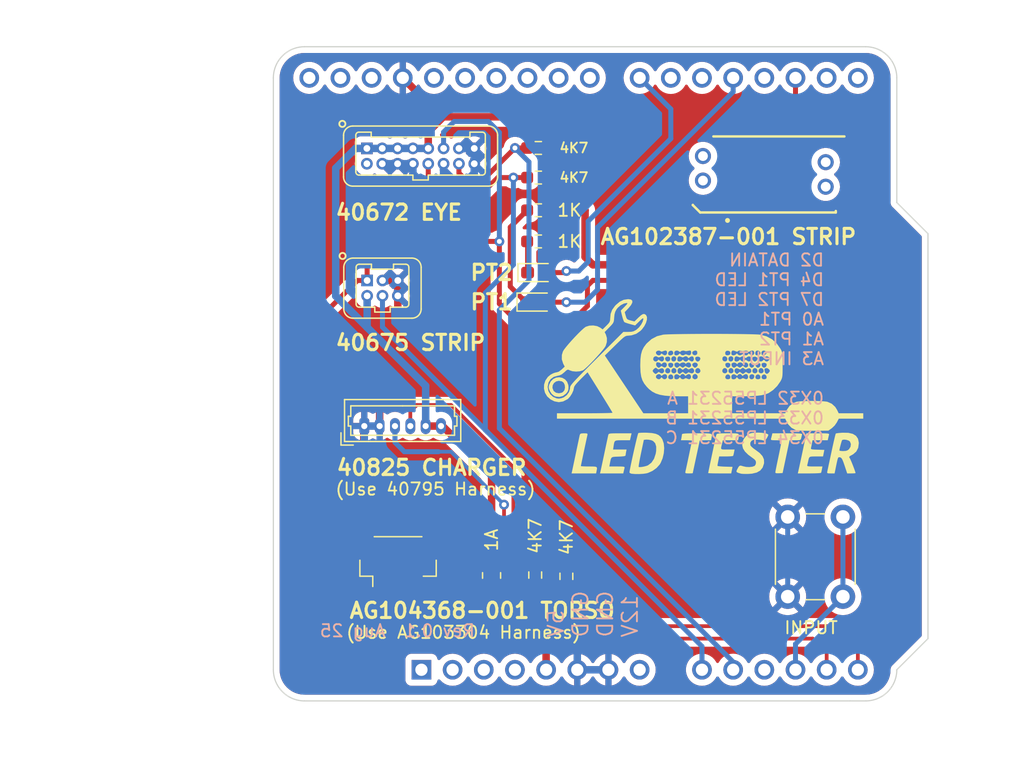
<source format=kicad_pcb>
(kicad_pcb (version 20211014) (generator pcbnew)

  (general
    (thickness 1.6)
  )

  (paper "A4")
  (layers
    (0 "F.Cu" signal)
    (31 "B.Cu" signal)
    (32 "B.Adhes" user "B.Adhesive")
    (33 "F.Adhes" user "F.Adhesive")
    (34 "B.Paste" user)
    (35 "F.Paste" user)
    (36 "B.SilkS" user "B.Silkscreen")
    (37 "F.SilkS" user "F.Silkscreen")
    (38 "B.Mask" user)
    (39 "F.Mask" user)
    (40 "Dwgs.User" user "User.Drawings")
    (41 "Cmts.User" user "User.Comments")
    (42 "Eco1.User" user "User.Eco1")
    (43 "Eco2.User" user "User.Eco2")
    (44 "Edge.Cuts" user)
    (45 "Margin" user)
    (46 "B.CrtYd" user "B.Courtyard")
    (47 "F.CrtYd" user "F.Courtyard")
    (48 "B.Fab" user)
    (49 "F.Fab" user)
    (50 "User.1" user)
    (51 "User.2" user)
    (52 "User.3" user)
    (53 "User.4" user)
    (54 "User.5" user)
    (55 "User.6" user)
    (56 "User.7" user)
    (57 "User.8" user)
    (58 "User.9" user)
  )

  (setup
    (stackup
      (layer "F.SilkS" (type "Top Silk Screen"))
      (layer "F.Paste" (type "Top Solder Paste"))
      (layer "F.Mask" (type "Top Solder Mask") (thickness 0.01))
      (layer "F.Cu" (type "copper") (thickness 0.035))
      (layer "dielectric 1" (type "core") (thickness 1.51) (material "FR4") (epsilon_r 4.5) (loss_tangent 0.02))
      (layer "B.Cu" (type "copper") (thickness 0.035))
      (layer "B.Mask" (type "Bottom Solder Mask") (thickness 0.01))
      (layer "B.Paste" (type "Bottom Solder Paste"))
      (layer "B.SilkS" (type "Bottom Silk Screen"))
      (copper_finish "None")
      (dielectric_constraints no)
    )
    (pad_to_mask_clearance 0)
    (pcbplotparams
      (layerselection 0x00010fc_ffffffff)
      (disableapertmacros false)
      (usegerberextensions false)
      (usegerberattributes true)
      (usegerberadvancedattributes true)
      (creategerberjobfile true)
      (svguseinch false)
      (svgprecision 6)
      (excludeedgelayer true)
      (plotframeref false)
      (viasonmask false)
      (mode 1)
      (useauxorigin false)
      (hpglpennumber 1)
      (hpglpenspeed 20)
      (hpglpendiameter 15.000000)
      (dxfpolygonmode true)
      (dxfimperialunits true)
      (dxfusepcbnewfont true)
      (psnegative false)
      (psa4output false)
      (plotreference true)
      (plotvalue true)
      (plotinvisibletext false)
      (sketchpadsonfab false)
      (subtractmaskfromsilk false)
      (outputformat 1)
      (mirror false)
      (drillshape 0)
      (scaleselection 1)
      (outputdirectory "gerbers")
    )
  )

  (net 0 "")
  (net 1 "unconnected-(A1-Pad1)")
  (net 2 "unconnected-(A1-Pad2)")
  (net 3 "unconnected-(A1-Pad3)")
  (net 4 "unconnected-(A1-Pad4)")
  (net 5 "/EYE_PT1")
  (net 6 "unconnected-(A1-Pad15)")
  (net 7 "unconnected-(A1-Pad16)")
  (net 8 "unconnected-(A1-Pad21)")
  (net 9 "unconnected-(A1-Pad23)")
  (net 10 "unconnected-(A1-Pad28)")
  (net 11 "unconnected-(A1-Pad30)")
  (net 12 "unconnected-(A1-Pad31)")
  (net 13 "unconnected-(A1-Pad32)")
  (net 14 "+5V")
  (net 15 "GND")
  (net 16 "/EYE_PT2")
  (net 17 "+12V")
  (net 18 "unconnected-(A1-Pad11)")
  (net 19 "/DATAIN")
  (net 20 "unconnected-(A1-Pad18)")
  (net 21 "unconnected-(A1-Pad24)")
  (net 22 "unconnected-(A1-Pad25)")
  (net 23 "unconnected-(J1-Pad9)")
  (net 24 "unconnected-(J4-Pad2)")
  (net 25 "Net-(A1-Pad12)")
  (net 26 "/SDA")
  (net 27 "/SCL")
  (net 28 "Net-(A1-Pad19)")
  (net 29 "unconnected-(A1-Pad26)")
  (net 30 "unconnected-(A1-Pad27)")
  (net 31 "unconnected-(A1-Pad20)")
  (net 32 "Net-(A1-Pad22)")
  (net 33 "Net-(D7-Pad1)")
  (net 34 "Net-(D4-Pad1)")
  (net 35 "/5VFUSED")
  (net 36 "unconnected-(J3-Pad4)")

  (footprint "footprints:LED_0603_1608Metric_Pad1.05x0.95mm_HandSolder" (layer "F.Cu") (at 186.615 95.75))

  (footprint "footprints:R_0603_1608Metric_Pad0.98x0.95mm_HandSolder" (layer "F.Cu") (at 186.69 88.265))

  (footprint "footprints:R_0603_1608Metric_Pad0.98x0.95mm_HandSolder" (layer "F.Cu") (at 186.69 90.805))

  (footprint "footprints:Molex_Pico-Clasp_501331-0407_1x04-1MP_P1.00mm_Vertical" (layer "F.Cu") (at 175.26 116.84))

  (footprint "footprints:R_0603_1608Metric_Pad0.98x0.95mm_HandSolder" (layer "F.Cu") (at 186.436 118.0065 90))

  (footprint "Connector_Molex:Molex_PicoBlade_53047-0610_1x06_P1.25mm_Vertical" (layer "F.Cu") (at 172.508972 105.86))

  (footprint "footprints:R_0603_1608Metric_Pad0.98x0.95mm_HandSolder" (layer "F.Cu") (at 186.69 83.185 180))

  (footprint "footprints:Harwin_Gecko-G125-FVX1605L0X_2x08_P1.25mm_Vertical" (layer "F.Cu") (at 172.72 83.22))

  (footprint "footprints:R_0603_1608Metric_Pad0.98x0.95mm_HandSolder" (layer "F.Cu") (at 186.69 85.598 180))

  (footprint "footprints:R_0603_1608Metric_Pad0.98x0.95mm_HandSolder" (layer "F.Cu") (at 188.976 118.11 90))

  (footprint "footprints:Harwin_Gecko-G125-FVX0605L0X_2x03_P1.25mm_Vertical" (layer "F.Cu") (at 172.74 93.99))

  (footprint "footprints:R_0805_2012Metric_Pad1.20x1.40mm_HandSolder" (layer "F.Cu") (at 182.88 118.04 -90))

  (footprint "footprints:SAMTEC_UMPS-04-03.5-G-V-S-W-FR" (layer "F.Cu") (at 205.105 85.344))

  (footprint "footprints:SW_PUSH_6mm" (layer "F.Cu") (at 207.01 119.765 90))

  (footprint "footprints:LED_0603_1608Metric_Pad1.05x0.95mm_HandSolder" (layer "F.Cu") (at 186.69 93.345))

  (footprint "footprints:Logo" (layer "F.Cu") (at 200.152 102.616))

  (footprint "footprints:Arduino_UNO_R3" (layer "B.Cu") (at 177.165 125.73))

  (gr_line (start 170.18 80.01) (end 170.18 130.81) (layer "Dwgs.User") (width 0.15) (tstamp 50a3cbd6-eb8b-4ef3-a6d5-ae19f401a619))
  (gr_line (start 213.36 73.66) (end 213.36 130.81) (layer "Dwgs.User") (width 0.15) (tstamp e0e37d80-f685-4b8f-b098-3a6b4e673379))
  (gr_arc (start 167.64 128.27) (mid 165.843949 127.526051) (end 165.1 125.73) (layer "Edge.Cuts") (width 0.1) (tstamp 0d02181f-e9b7-4d95-9465-675a27ed813f))
  (gr_arc (start 215.9 125.73) (mid 215.156051 127.526051) (end 213.36 128.27) (layer "Edge.Cuts") (width 0.1) (tstamp 40f4f794-f7e7-40ba-af4f-a10ada7c9adf))
  (gr_line (start 215.9 77.47) (end 215.9 87.63) (layer "Edge.Cuts") (width 0.1) (tstamp 41044d06-b57b-478a-a835-17806bfd7804))
  (gr_line (start 165.1 77.47) (end 165.1 125.73) (layer "Edge.Cuts") (width 0.1) (tstamp 415c54c1-16f0-4803-8864-f0a41bf07a39))
  (gr_line (start 215.9 87.63) (end 218.44 90.17) (layer "Edge.Cuts") (width 0.1) (tstamp 46faa36b-69c8-452a-973d-9db5601196c4))
  (gr_line (start 218.44 90.17) (end 218.44 123.19) (layer "Edge.Cuts") (width 0.1) (tstamp 4a32d9d9-ec61-4432-8013-4c225cedd7a2))
  (gr_line (start 167.64 74.93) (end 213.36 74.93) (layer "Edge.Cuts") (width 0.1) (tstamp 52d2b7a4-6756-4100-8485-643a3f8d3ebe))
  (gr_arc (start 213.36 74.93) (mid 215.156051 75.673949) (end 215.9 77.47) (layer "Edge.Cuts") (width 0.1) (tstamp 6117141f-3da6-44ef-a624-e2b003171da8))
  (gr_line (start 213.36 128.27) (end 212.09 128.27) (layer "Edge.Cuts") (width 0.1) (tstamp 7d3d7960-78d8-459f-b16d-cdbb5501bff8))
  (gr_line (start 167.64 128.27) (end 212.09 128.27) (layer "Edge.Cuts") (width 0.1) (tstamp cf122347-306c-4156-94b7-4f833b7e98cf))
  (gr_arc (start 165.1 77.47) (mid 165.843949 75.673949) (end 167.64 74.93) (layer "Edge.Cuts") (width 0.1) (tstamp cf952874-eea1-4638-9dc1-0b4e5294cf6f))
  (gr_line (start 218.44 123.19) (end 215.9 125.73) (layer "Edge.Cuts") (width 0.1) (tstamp fe75f1f1-9919-4cea-9381-f415e82ab93a))
  (gr_text "D2 DATAIN\nD4 PT1 LED\nD7 PT2 LED\nA0 PT1\nA1 PT2\nA3 INPUT\n\n0X32 LP55231 A\n0X33 LP55231 B\n0X34 LP55231 C" (at 210.058 99.568) (layer "B.SilkS") (tstamp 287e61b5-fb1f-4cf2-af3f-6b7033135e1a)
    (effects (font (size 1 1) (thickness 0.15)) (justify left mirror))
  )
  (gr_text "Rev 0.1  Aug 25" (at 181.61 122.555) (layer "B.SilkS") (tstamp 3124974e-5999-4df7-898f-677868d40912)
    (effects (font (size 1 1) (thickness 0.15)) (justify left mirror))
  )
  (gr_text "5V\nGND\nGND\n12V" (at 191.135 123.19 90) (layer "B.SilkS") (tstamp a6ca179e-0b02-47d0-9d17-4b472f38573b)
    (effects (font (size 1.25 1.25) (thickness 0.15)) (justify right mirror))
  )
  (gr_text "(Use 40795 Harness)" (at 178.308 110.998) (layer "F.SilkS") (tstamp 0560d5cb-88c7-4da2-9e21-0ce63513fcf4)
    (effects (font (size 1 1) (thickness 0.15)))
  )
  (gr_text "AG102387-001 STRIP" (at 202.184 90.424) (layer "F.SilkS") (tstamp 89db40f1-de0f-4f3f-918d-1b72b3531cf8)
    (effects (font (size 1.25 1.25) (thickness 0.25)))
  )
  (gr_text "(Use AG103304 Harness)" (at 180.594 122.682) (layer "F.SilkS") (tstamp 8c2e3eff-d665-4d68-89a0-80997c9eefed)
    (effects (font (size 1 1) (thickness 0.15)))
  )
  (dimension (type aligned) (layer "User.1") (tstamp d2b1fabc-1cb2-4e20-8c47-d56ccf82c8ca)
    (pts (xy 188.214 104.648) (xy 213.106 104.648))
    (height 5.587999)
    (gr_text "24.8920 mm" (at 200.66 109.085999) (layer "User.1") (tstamp d2b1fabc-1cb2-4e20-8c47-d56ccf82c8ca)
      (effects (font (size 1 1) (thickness 0.15)))
    )
    (format (units 3) (units_format 1) (precision 4))
    (style (thickness 0.15) (arrow_length 1.27) (text_position_mode 0) (extension_height 0.58642) (extension_offset 0.5) keep_text_aligned)
  )

  (segment (start 178.816 86.614) (end 177.72 85.518) (width 0.4064) (layer "F.Cu") (net 5) (tstamp 607561bb-eeec-4164-a988-9650cea031ef))
  (segment (start 184.658 85.598) (end 183.388 85.598) (width 0.4064) (layer "F.Cu") (net 5) (tstamp 708704fe-48a8-45fc-8c24-7ad099bc7c27))
  (segment (start 182.372 86.614) (end 178.816 86.614) (width 0.4064) (layer "F.Cu") (net 5) (tstamp 8afa8cac-a176-4425-a11b-66f30ea20cae))
  (segment (start 177.72 85.518) (end 177.72 84.47) (width 0.4064) (layer "F.Cu") (net 5) (tstamp 97e76b78-cb41-4209-83af-1ba7ec26edaa))
  (segment (start 185.7775 85.598) (end 184.658 85.598) (width 0.4064) (layer "F.Cu") (net 5) (tstamp e28bf168-19c4-473a-bed2-5fdf4d51debb))
  (segment (start 183.388 85.598) (end 182.372 86.614) (width 0.4064) (layer "F.Cu") (net 5) (tstamp ee2ff250-a531-4ab4-a65b-6b426b57e939))
  (via (at 184.658 85.598) (size 0.8) (drill 0.4) (layers "F.Cu" "B.Cu") (net 5) (tstamp 69913467-eb89-41bd-b8c9-ab169cb9fea2))
  (segment (start 184.658 92.71) (end 184.658 85.598) (width 0.4064) (layer "B.Cu") (net 5) (tstamp 04af9131-1c32-402f-b6e6-b253b376399b))
  (segment (start 182.372 106.172) (end 182.372 94.996) (width 0.4064) (layer "B.Cu") (net 5) (tstamp 250f4ace-24fa-4bf7-ab18-747b615da305))
  (segment (start 200.025 123.825) (end 200.025 125.73) (width 0.4064) (layer "B.Cu") (net 5) (tstamp 51e179ee-085a-41cc-8932-847179c2169e))
  (segment (start 182.5625 106.3625) (end 173.99 97.79) (width 0.4064) (layer "B.Cu") (net 5) (tstamp 644f1b54-e2e5-4d3d-8812-575dc771f027))
  (segment (start 182.5625 106.3625) (end 200.025 123.825) (width 0.4064) (layer "B.Cu") (net 5) (tstamp 9b3fe1d5-d7cd-4a2e-a2a6-9551dcf40013))
  (segment (start 182.372 94.996) (end 184.658 92.71) (width 0.4064) (layer "B.Cu") (net 5) (tstamp 9c78d69b-bf59-4cc3-b118-cb2a089acac2))
  (segment (start 182.5625 106.3625) (end 182.372 106.172) (width 0.4064) (layer "B.Cu") (net 5) (tstamp bbb44472-1cb7-49e7-88a0-9b205a5b390c))
  (segment (start 173.99 97.79) (end 173.99 95.24) (width 0.4064) (layer "B.Cu") (net 5) (tstamp c292d9a1-df3b-4861-b402-7274436e64ac))
  (segment (start 187.325 125.73) (end 187.325 123.825) (width 0.6096) (layer "F.Cu") (net 14) (tstamp a1433093-d7fd-4035-b6a2-f2a8923dae2f))
  (segment (start 182.88 119.38) (end 182.88 119.04) (width 0.6096) (layer "F.Cu") (net 14) (tstamp ae9057a0-a2e0-407e-9322-ffdec88954e7))
  (segment (start 187.325 123.825) (end 182.88 119.38) (width 0.6096) (layer "F.Cu") (net 14) (tstamp f90e60b9-31d1-4886-8e75-428ad2fde0bf))
  (segment (start 187.6025 88.265) (end 187.325 88.265) (width 0.4064) (layer "F.Cu") (net 15) (tstamp 19626acc-9173-4db6-8df1-b9c4a2b2949b))
  (segment (start 187.6025 88.265) (end 187.6025 90.805) (width 0.4064) (layer "F.Cu") (net 15) (tstamp 1bea88a4-6c15-40a1-9d49-d4c2dd4c1b5e))
  (segment (start 175.24 96.246) (end 175.24 95.24) (width 0.6096) (layer "F.Cu") (net 15) (tstamp 273a571a-76b2-4171-90b2-32fd47894e39))
  (segment (start 173.758972 105.86) (end 173.758972 97.767028) (width 0.6096) (layer "F.Cu") (net 15) (tstamp 2c5ff641-29c1-476f-89e1-37af5c6a91c9))
  (segment (start 178.054 87.376) (end 176.47 85.792) (width 0.4064) (layer "F.Cu") (net 15) (tstamp 53540474-b7ce-4c10-99ea-40dd0b3bbb05))
  (segment (start 187.325 88.265) (end 186.055 86.995) (width 0.4064) (layer "F.Cu") (net 15) (tstamp 56260d6a-6e7e-474a-b253-c4f669aa0ed6))
  (segment (start 204.105 81.677) (end 204.105 85.344) (width 0.6096) (layer "F.Cu") (net 15) (tstamp 66f9eaa1-dcc4-4d12-a33b-9530e6283b52))
  (segment (start 175.26 96.266) (end 175.24 96.246) (width 0.6096) (layer "F.Cu") (net 15) (tstamp 6e537015-ef27-4375-854a-a6a29ffad9af))
  (segment (start 184.785 86.995) (end 184.404 87.376) (width 0.4064) (layer "F.Cu") (net 15) (tstamp 6f15b4be-78ff-4aeb-89b7-8f3272601305))
  (segment (start 173.99 93.99) (end 175.24 93.99) (width 0.6096) (layer "F.Cu") (net 15) (tstamp 7ec2b703-cf46-4eda-a035-feb66bf0c3be))
  (segment (start 201.6284 79.2004) (end 204.105 81.677) (width 0.6096) (layer "F.Cu") (net 15) (tstamp 93f1d570-a842-46c2-8557-0105cacd5e71))
  (segment (start 175.645 77.47) (end 177.3754 79.2004) (width 0.6096) (layer "F.Cu") (net 15) (tstamp 9cf67c0d-6bc7-4670-9142-60987641055b))
  (segment (start 173.758972 97.767028) (end 175.26 96.266) (width 0.6096) (layer "F.Cu") (net 15) (tstamp a25e3553-d257-4ee8-87af-a8a6a53eb256))
  (segment (start 184.404 87.376) (end 178.054 87.376) (width 0.4064) (layer "F.Cu") (net 15) (tstamp c3d3f87e-9dd0-4b95-9751-a42f37114cac))
  (segment (start 173.76 118.165) (end 173.76 111.276) (width 0.6096) (layer "F.Cu") (net 15) (tstamp c42f12e4-8e63-4cfc-b791-aebb9f7cef71))
  (segment (start 173.76 111.276) (end 172.466 109.982) (width 0.6096) (layer "F.Cu") (net 15) (tstamp cac805c9-32d4-4fee-ba19-0211350a0a86))
  (segment (start 176.47 85.792) (end 176.47 84.47) (width 0.4064) (layer "F.Cu") (net 15) (tstamp ce5bc6c7-f3f2-4200-9b03-a1ac20d95008))
  (segment (start 172.466 105.902972) (end 172.508972 105.86) (width 0.6096) (layer "F.Cu") (net 15) (tstamp e17ecd33-22d1-4c1b-bfd9-cfba31bd3fcb))
  (segment (start 177.3754 79.2004) (end 201.6284 79.2004) (width 0.6096) (layer "F.Cu") (net 15) (tstamp eec6eb90-dbec-4945-bbde-ad49a3ecd9d1))
  (segment (start 172.466 109.982) (end 172.466 105.902972) (width 0.6096) (layer "F.Cu") (net 15) (tstamp f4066e8e-f478-4a4d-9792-61325761682e))
  (segment (start 186.055 86.995) (end 184.785 86.995) (width 0.4064) (layer "F.Cu") (net 15) (tstamp f8c43884-a7f0-46e5-8ce3-2d1b8f695e9f))
  (segment (start 175.24 95.24) (end 175.24 93.99) (width 0.6096) (layer "F.Cu") (net 15) (tstamp feb1d5fa-cc0c-451d-b5e4-d12d7afc0f5b))
  (segment (start 172.508972 119.168972) (end 172.508972 105.86) (width 0.6096) (layer "B.Cu") (net 15) (tstamp 0533c08c-e618-4405-a0b8-ad0fe1a78bab))
  (segment (start 189.865 123.825) (end 187.96 121.92) (width 0.6096) (layer "B.Cu") (net 15) (tstamp 077cf553-c80a-4e75-85e8-6a31b8c20e71))
  (segment (start 173.97 84.47) (end 175.22 84.47) (width 0.6096) (layer "B.Cu") (net 15) (tstamp 11580daf-bec3-41c9-8cda-f0b6102e9ba5))
  (segment (start 176.47 85.284) (end 176.47 84.47) (width 0.6096) (layer "B.Cu") (net 15) (tstamp 1440f09a-3cd0-42b7-9280-0f34adad0fa4))
  (segment (start 178.562 85.852) (end 177.038 85.852) (width 0.6096) (layer "B.Cu") (net 15) (tstamp 28c24e0e-6336-4423-b14f-c5b504838d73))
  (segment (start 181.47 83.22) (end 181.47 84.47) (width 0.6096) (layer "B.Cu") (net 15) (tstamp 2ba54ed7-3ee5-45f7-83b3-f3b4cd3ccdbb))
  (segment (start 172.508972 105.86) (end 173.758972 105.86) (width 0.6096) (layer "B.Cu") (net 15) (tstamp 2da63144-d819-4db2-a8d5-fe550ec1bb30))
  (segment (start 178.97 84.47) (end 178.97 85.444) (width 0.6096) (layer "B.Cu") (net 15) (tstamp 36409e14-cf7e-4072-9739-00ed2083f0db))
  (segment (start 180.848 85.852) (end 179.832 85.852) (width 0.6096) (layer "B.Cu") (net 15) (tstamp 46ff849c-e779-4fd1-8b63-b6fd1bc57da2))
  (segment (start 187.96 121.92) (end 175.26 121.92) (width 0.6096) (layer "B.Cu") (net 15) (tstamp 603caab5-5af0-4f08-afd4-6b86afa2f1d6))
  (segment (start 177.038 85.852) (end 176.47 85.284) (width 0.6096) (layer "B.Cu") (net 15) (tstamp 6ef364a6-892a-4696-9643-3d40358fe428))
  (segment (start 180.22 83.22) (end 181.47 83.22) (width 0.6096) (layer "B.Cu") (net 15) (tstamp 6f1827a8-d90a-4ec6-9a55-cbd66ff4e2e5))
  (segment (start 179.832 85.852) (end 178.97 84.99) (width 0.6096) (layer "B.Cu") (net 15) (tstamp 8b99d91e-3a1e-4925-aeda-ac5f6ac3ae97))
  (segment (start 189.865 125.73) (end 189.865 123.825) (width 0.6096) (layer "B.Cu") (net 15) (tstamp a9577d46-5c61-4acc-8195-6c7c016f1a35))
  (segment (start 207.01 113.265) (end 207.01 119.765) (width 0.4064) (layer "B.Cu") (net 15) (tstamp b153b37c-7942-44c0-b500-e6d6b4d50e94))
  (segment (start 175.26 121.92) (end 172.508972 119.168972) (width 0.6096) (layer "B.Cu") (net 15) (tstamp bb81813f-ca98-4f61-b3d4-b8cb6d408646))
  (segment (start 181.47 84.47) (end 181.47 85.23) (width 0.6096) (layer "B.Cu") (net 15) (tstamp cbc491e8-fb5c-4bad-9dc7-83680ca86fff))
  (segment (start 175.22 84.47) (end 176.47 84.47) (width 0.6096) (layer "B.Cu") (net 15) (tstamp d72fabf6-30ed-47dd-8e28-4df3987e2fb5))
  (segment (start 192.405 125.73) (end 189.865 125.73) (width 0.6096) (layer "B.Cu") (net 15) (tstamp e0ec70ab-e1ad-47b2-9d50-e3f93123d93d))
  (segment (start 181.47 85.23) (end 180.848 85.852) (width 0.6096) (layer "B.Cu") (net 15) (tstamp e393b615-3fd0-4239-aba9-94d15e4bc9d1))
  (segment (start 178.97 85.444) (end 178.562 85.852) (width 0.6096) (layer "B.Cu") (net 15) (tstamp e482eaaf-d685-42bc-bb25-7916a823b23b))
  (segment (start 178.97 84.99) (end 178.97 84.47) (width 0.6096) (layer "B.Cu") (net 15) (tstamp fbe5ff65-c27c-4c76-b5e5-4e9b7174fc77))
  (segment (start 180.22 85.224) (end 180.22 84.47) (width 0.4064) (layer "F.Cu") (net 16) (tstamp 122eee0c-9b03-4e2a-8283-1892d73a4985))
  (segment (start 180.848 85.852) (end 180.22 85.224) (width 0.4064) (layer "F.Cu") (net 16) (tstamp 4d861dc9-9fab-4223-9c11-9fbe996709f8))
  (segment (start 184.785 83.185) (end 182.118 85.852) (width 0.4064) (layer "F.Cu") (net 16) (tstamp 5bc21f7c-aab1-4233-a5b5-2ade0f8c8598))
  (segment (start 185.7775 83.185) (end 184.785 83.185) (width 0.4064) (layer "F.Cu") (net 16) (tstamp d8639e09-0179-46fe-9668-aca0061db31b))
  (segment (start 182.118 85.852) (end 180.848 85.852) (width 0.4064) (layer "F.Cu") (net 16) (tstamp e98b487b-dcc7-4ab2-a16a-de7894fc5eaf))
  (via (at 184.785 83.185) (size 0.8) (drill 0.4) (layers "F.Cu" "B.Cu") (net 16) (tstamp 50c8744e-49bf-4aeb-91df-4d18f600cef1))
  (segment (start 202.565 125.095) (end 202.565 125.73) (width 0.4064) (layer "B.Cu") (net 16) (tstamp 125ff753-db67-4dd9-9ec9-f07f2a780bca))
  (segment (start 183.515 96.393) (end 185.928 93.98) (width 0.4064) (layer "B.Cu") (net 16) (tstamp 279ae228-b9f0-4384-976c-5860b80ce428))
  (segment (start 185.928 93.98) (end 185.928 84.328) (width 0.4064) (layer "B.Cu") (net 16) (tstamp 64cdf79a-af00-4dbf-9bc5-de7e7c252ec7))
  (segment (start 183.515 106.045) (end 202.565 125.095) (width 0.4064) (layer "B.Cu") (net 16) (tstamp 98e6cbd5-2c8b-488e-a75e-f23e0549bbfc))
  (segment (start 185.928 84.328) (end 184.785 83.185) (width 0.4064) (layer "B.Cu") (net 16) (tstamp c4021ecb-adb6-4591-a120-88d18cada293))
  (segment (start 183.515 96.393) (end 183.515 106.045) (width 0.4064) (layer "B.Cu") (net 16) (tstamp e6b26110-3ec5-4d81-837f-0862806b3b64))
  (segment (start 202.692 93.98) (end 191.135 93.98) (width 0.4064) (layer "F.Cu") (net 19) (tstamp 03d303fa-9d6e-4a3f-89f0-f748e10d2087))
  (segment (start 207.645 80.645) (end 207.645 77.47) (width 0.4064) (layer "F.Cu") (net 19) (tstamp 04ea3057-1808-4535-9f02-bc0eb5c47aa3))
  (segment (start 168.656 97.282) (end 168.656 119.888) (width 0.4064) (layer "F.Cu") (net 19) (tstamp 08e85317-bb81-4e3a-930a-9482a4bc0515))
  (segment (start 190.6905 94.4245) (end 190.6905 96.0755) (width 0.4064) (layer "F.Cu") (net 19) (tstamp 22a686ab-e840-4f74-9e5b-32cb97f2b307))
  (segment (start 190.6905 96.0755) (end 189.738 97.028) (width 0.4064) (layer "F.Cu") (net 19) (tstamp 270eb3fa-4b38-474a-96d2-839bc82a7a16))
  (segment (start 191.135 93.98) (end 190.6905 94.4245) (width 0.4064) (layer "F.Cu") (net 19) (tstamp 2782950d-e78e-421b-918d-46485773069f))
  (segment (start 168.656 119.888) (end 170.18 121.412) (width 0.4064) (layer "F.Cu") (net 19) (tstamp 38068ea1-0eda-41c0-a982-47d98910dd9c))
  (segment (start 173.99 121.412) (end 175.76 119.642) (width 0.4064) (layer "F.Cu") (net 19) (tstamp 3f048d79-be9d-4887-9943-4beca2e30d71))
  (segment (start 206.105 82.185) (end 206.105 85.344) (width 0.4064) (layer "F.Cu") (net 19) (tstamp 500314fe-72e8-4737-97d8-97e6ac80fe93))
  (segment (start 170.18 121.412) (end 173.99 121.412) (width 0.4064) (layer "F.Cu") (net 19) (tstamp 554f4c6b-664f-45b7-9408-c34f71d97a88))
  (segment (start 172.74 92.944) (end 174.879 90.805) (width 0.4064) (layer "F.Cu") (net 19) (tstamp 65e06bca-dcf9-4d9e-a775-d03628457a4e))
  (segment (start 189.738 97.028) (end 184.658 97.028) (width 0.4064) (layer "F.Cu") (net 19) (tstamp 6aa16bfc-a287-4bb2-a152-8445027daa6f))
  (segment (start 183.515 95.885) (end 183.515 90.805) (width 0.4064) (layer "F.Cu") (net 19) (tstamp 72ef8b10-5495-4541-bb72-b68bdd079319))
  (segment (start 174.879 90.805) (end 183.515 90.805) (width 0.4064) (layer "F.Cu") (net 19) (tstamp 8966e557-3e13-4bdc-a0ce-e5adc2289e25))
  (segment (start 168.656 97.282) (end 171.948 93.99) (width 0.4064) (layer "F.Cu") (net 19) (tstamp 9796e25b-720a-460e-97fd-c736a3b365a8))
  (segment (start 184.658 97.028) (end 183.515 95.885) (width 0.4064) (layer "F.Cu") (net 19) (tstamp 98443732-0193-462c-8e74-e17ccb166a07))
  (segment (start 175.76 119.642) (end 175.76 118.165) (width 0.4064) (layer "F.Cu") (net 19) (tstamp a504d480-73b4-4f77-9353-3d5ac38657cf))
  (segment (start 202.692 93.98) (end 206.105 90.567) (width 0.4064) (layer "F.Cu") (net 19) (tstamp a6c3d54e-24ed-4445-bbf1-79b691ebe86c))
  (segment (start 206.105 90.567) (end 206.105 85.344) (width 0.4064) (layer "F.Cu") (net 19) (tstamp b26cdb9e-1b6a-4bd2-b9f7-59084f8b1e10))
  (segment (start 171.948 93.99) (end 172.74 93.99) (width 0.4064) (layer "F.Cu") (net 19) (tstamp bcd7dc43-e11d-4bf8-9f7a-040a84c6bd22))
  (segment (start 172.74 93.99) (end 172.74 92.944) (width 0.4064) (layer "F.Cu") (net 19) (tstamp cc6e92a6-92aa-4f3a-8f68-9f26d360aebc))
  (segment (start 206.105 82.185) (end 207.645 80.645) (width 0.4064) (layer "F.Cu") (net 19) (tstamp e820a413-862a-4ae4-956c-c43def8b4c45))
  (via (at 183.515 90.805) (size 0.8) (drill 0.4) (layers "F.Cu" "B.Cu") (net 19) (tstamp 8cfd0d93-eb9f-4eba-8dc9-fb7a6f3d4749))
  (segment (start 183.515 81.915) (end 183.515 90.805) (width 0.4064) (layer "B.Cu") (net 19) (tstamp 46fc270a-3aed-44fc-86a9-606b48ada9b7))
  (segment (start 182.626 81.026) (end 183.515 81.915) (width 0.4064) (layer "B.Cu") (net 19) (tstamp 7d8fd8cb-fd1d-495d-8940-40bc16a5a5ae))
  (segment (start 178.97 83.22) (end 178.97 81.888) (width 0.4064) (layer "B.Cu") (net 19) (tstamp bd324568-e04d-41f5-961c-059b3891b248))
  (segment (start 178.97 81.888) (end 179.832 81.026) (width 0.4064) (layer "B.Cu") (net 19) (tstamp dbccf501-179d-4c35-a9b4-ac23dafc467b))
  (segment (start 179.832 81.026) (end 182.626 81.026) (width 0.4064) (layer "B.Cu") (net 19) (tstamp eb2811f6-9f1b-49fa-a604-ea0b0941f0a1))
  (segment (start 211.51 113.265) (end 211.51 119.765) (width 0.4064) (layer "B.Cu") (net 25) (tstamp 6a82e8a6-12c9-4fdd-aad8-c61d73250228))
  (segment (start 207.645 125.73) (end 207.645 123.63) (width 0.4064) (layer "B.Cu") (net 25) (tstamp 7bf5dae4-41da-46bd-9a25-3bf6ad988644))
  (segment (start 207.645 123.63) (end 211.51 119.765) (width 0.4064) (layer "B.Cu") (net 25) (tstamp 9518625c-8b18-4a5f-847a-fae8064298ec))
  (segment (start 183.896 115.57) (end 183.896 112.268) (width 0.3048) (layer "F.Cu") (net 26) (tstamp 267780fa-7a64-4c1e-abd3-5f2eb98071af))
  (segment (start 190.6814 118.0374) (end 187.3794 118.0374) (width 0.3048) (layer "F.Cu") (net 26) (tstamp 2a9708b7-a26d-4b5c-890c-d4a7f302c1bc))
  (segment (start 185.42 117.094) (end 183.896 115.57) (width 0.3048) (layer "F.Cu") (net 26) (tstamp 31a70a79-1bea-4361-8019-2142f057c9cc))
  (segment (start 209.042 123.19) (end 195.834 123.19) (width 0.3048) (layer "F.Cu") (net 26) (tstamp 5ba77773-b436-42d6-b1d3-c1305dbc36f5))
  (segment (start 210.185 125.73) (end 210.185 124.333) (width 0.3048) (layer "F.Cu") (net 26) (tstamp 7ada1b51-f91f-4a2b-b0bc-c5ba307350cb))
  (segment (start 187.3794 118.0374) (end 186.436 117.094) (width 0.3048) (layer "F.Cu") (net 26) (tstamp 9297d678-7aaa-4d69-870c-0ed962a53c39))
  (segment (start 186.436 117.094) (end 185.42 117.094) (width 0.3048) (layer "F.Cu") (net 26) (tstamp c3d2fb95-1506-471b-a9ce-ba23b68753cc))
  (segment (start 210.185 124.333) (end 209.042 123.19) (width 0.3048) (layer "F.Cu") (net 26) (tstamp c84566c0-bde0-42ec-943d-36297f6988d1))
  (segment (start 195.834 123.19) (end 190.6814 118.0374) (width 0.3048) (layer "F.Cu") (net 26) (tstamp f289a067-8d1e-488e-9a88-a85d1be5bf26))
  (via (at 183.896 112.268) (size 0.8) (drill 0.4) (layers "F.Cu" "B.Cu") (net 26) (tstamp 80630d7f-a881-4208-b79f-cc320761fe53))
  (segment (start 175.008972 105.86) (end 175.008972 107.190972) (width 0.4064) (layer "B.Cu") (net 26) (tstamp 2f5334c2-530e-461d-8f18-7e733858bb41))
  (segment (start 175.008972 107.190972) (end 175.768 107.95) (width 0.4064) (layer "B.Cu") (net 26) (tstamp 62038df3-c0b0-49df-92fb-849a0d1d2a4a))
  (segment (start 183.896 112.268) (end 179.578 107.95) (width 0.3048) (layer "B.Cu") (net 26) (tstamp 761e1003-80c2-4fea-828f-23c8a2e5120d))
  (segment (start 179.578 107.95) (end 178.562 107.95) (width 0.3048) (layer "B.Cu") (net 26) (tstamp 86461e4c-c8e0-4d5e-8d0b-a485bdf6d1ba))
  (segment (start 175.768 107.95) (end 178.562 107.95) (width 0.4064) (layer "B.Cu") (net 26) (tstamp c6068739-3393-4fed-8023-e3d51004c000))
  (segment (start 188.976 117.1975) (end 187.861245 117.1975) (width 0.3048) (layer "F.Cu") (net 27) (tstamp 00d81a45-fa74-4b57-a0ed-4239bbe61bd1))
  (segment (start 176.784 104.14) (end 176.258972 104.665028) (width 0.3048) (layer "F.Cu") (net 27) (tstamp 34098519-7484-4e0b-96a8-7da4e827cfb2))
  (segment (start 191.1115 117.1975) (end 188.976 117.1975) (width 0.3048) (layer "F.Cu") (net 27) (tstamp 401095a8-dd50-4fe5-97e6-33749302b85c))
  (segment (start 176.258972 104.665028) (end 176.258972 105.86) (width 0.3048) (layer "F.Cu") (net 27) (tstamp 4f3ee621-5e69-4415-baff-c3e9fcdb6fa7))
  (segment (start 184.658 109.22) (end 179.578 104.14) (width 0.3048) (layer "F.Cu") (net 27) (tstamp 579454f6-560a-487a-8aed-d75ad5032808))
  (segment (start 212.725 124.079) (end 210.82 122.174) (width 0.3048) (layer "F.Cu") (net 27) (tstamp 7a5874e1-b5a7-4fa6-8fad-1cb3a40d28ee))
  (segment (start 187.861245 117.1975) (end 186.741745 116.078) (width 0.3048) (layer "F.Cu") (net 27) (tstamp 7d3ea4d8-4fdc-43e4-9146-9ebd713a52e2))
  (segment (start 212.725 125.73) (end 212.725 124.079) (width 0.3048) (layer "F.Cu") (net 27) (tstamp 94971cf8-4f6c-4334-842f-ca66b62777f1))
  (segment (start 196.088 122.174) (end 191.1115 117.1975) (width 0.3048) (layer "F.Cu") (net 27) (tstamp c88aa5e0-3212-4e87-a349-a8f2d02950ac))
  (segment (start 186.741745 116.078) (end 185.42 116.078) (width 0.3048) (layer "F.Cu") (net 27) (tstamp d125cfda-7c75-4260-8cca-ce3d76ec007f))
  (segment (start 210.82 122.174) (end 196.088 122.174) (width 0.3048) (layer "F.Cu") (net 27) (tstamp d55600db-e680-4b62-9497-4f60081ba22e))
  (segment (start 179.578 104.14) (end 176.784 104.14) (width 0.3048) (layer "F.Cu") (net 27) (tstamp ee20128b-d691-4a49-b98a-8959305c88d2))
  (segment (start 185.42 116.078) (end 184.658 115.316) (width 0.3048) (layer "F.Cu") (net 27) (tstamp f91223ac-c8a6-4ac4-a1ae-5cab1af63daf))
  (segment (start 184.658 115.316) (end 184.658 109.22) (width 0.3048) (layer "F.Cu") (net 27) (tstamp ffd47eb3-47b2-4307-8b60-1f9a22d2e25e))
  (segment (start 187.498 95.758) (end 187.49 95.75) (width 0.4064) (layer "F.Cu") (net 28) (tstamp 1ebffe52-129d-4723-ad42-cecbceaa0c21))
  (segment (start 188.976 95.758) (end 187.498 95.758) (width 0.4064) (layer "F.Cu") (net 28) (tstamp 8a2843a6-6b25-4351-b7be-3045563b025e))
  (via (at 188.976 95.758) (size 0.8) (drill 0.4) (layers "F.Cu" "B.Cu") (net 28) (tstamp e8cf3e00-ad70-4ca4-b18d-dbe355bdcdb0))
  (segment (start 202.565 78.613) (end 202.565 77.47) (width 0.4064) (layer "B.Cu") (net 28) (tstamp 0f786d5c-f04b-477e-9cb2-0c36684ca69a))
  (segment (start 191.516 89.662) (end 202.565 78.613) (width 0.4064) (layer "B.Cu") (net 28) (tstamp 10f68e7d-d555-4fde-9567-d5c9878b33ff))
  (segment (start 190.5 95.758) (end 191.516 94.742) (width 0.4064) (layer "B.Cu") (net 28) (tstamp 63df0539-032a-4d44-876a-fbeed5047ec1))
  (segment (start 188.976 95.758) (end 190.5 95.758) (width 0.4064) (layer "B.Cu") (net 28) (tstamp 87e70ff5-73e4-4b47-bf08-07298b14a686))
  (segment (start 191.516 94.742) (end 191.516 89.662) (width 0.4064) (layer "B.Cu") (net 28) (tstamp ada02594-cbac-4c79-b398-3f36c3290a7d))
  (segment (start 187.565 93.345) (end 188.849 93.345) (width 0.4064) (layer "F.Cu") (net 32) (tstamp 57e5d3aa-216b-4b74-9764-8a3b0491f671))
  (segment (start 188.849 93.345) (end 188.976 93.218) (width 0.4064) (layer "F.Cu") (net 32) (tstamp e3fa13c7-7709-4a27-9f73-7bcc8997a943))
  (via (at 188.976 93.218) (size 0.8) (drill 0.4) (layers "F.Cu" "B.Cu") (net 32) (tstamp 97c50cdb-25c4-4b7f-9d68-cc8c8dcd50aa))
  (segment (start 197.485 82.423) (end 197.485 80.01) (width 0.4064) (layer "B.Cu") (net 32) (tstamp 64801c7b-08a1-43ff-b7d9-32e4fa52f3ec))
  (segment (start 188.976 93.218) (end 189.992 93.218) (width 0.4064) (layer "B.Cu") (net 32) (tstamp 79f65310-ba79-4ae3-9926-846ce016df78))
  (segment (start 190.754 89.154) (end 197.485 82.423) (width 0.4064) (layer "B.Cu") (net 32) (tstamp 7eb431b2-d356-4219-ad8c-6b9b109b9df5))
  (segment (start 189.992 93.218) (end 190.754 92.456) (width 0.4064) (layer "B.Cu") (net 32) (tstamp a7336342-70ea-4245-84fd-f22fa3b98aee))
  (segment (start 190.754 92.456) (end 190.754 89.154) (width 0.4064) (layer "B.Cu") (net 32) (tstamp e75799b2-0aa9-4313-83e8-9d80a48ac96f))
  (segment (start 197.485 80.01) (end 194.945 77.47) (width 0.4064) (layer "B.Cu") (net 32) (tstamp ee5dc34b-5b5d-4ca0-bceb-3f9d407c35f5))
  (segment (start 185.815 93.345) (end 185.815 90.8425) (width 0.4064) (layer "F.Cu") (net 33) (tstamp a8cd8f0c-39d8-49da-8be8-abd0802b33f5))
  (segment (start 185.815 90.8425) (end 185.7775 90.805) (width 0.4064) (layer "F.Cu") (net 33) (tstamp f571a1a0-cf46-4345-9678-d7b58ccd608a))
  (segment (start 184.404 89.6385) (end 185.7775 88.265) (width 0.4064) (layer "F.Cu") (net 34) (tstamp 33877298-1b3c-442e-8958-2528570219d8))
  (segment (start 185.74 95.75) (end 185.666 95.75) (width 0.4064) (layer "F.Cu") (net 34) (tstamp 5302021a-42fc-4340-bc4b-18ba6b010322))
  (segment (start 184.404 94.488) (end 184.404 89.6385) (width 0.4064) (layer "F.Cu") (net 34) (tstamp c1dd1ab0-d5c4-485e-ad30-afb0d6403610))
  (segment (start 185.666 95.75) (end 184.404 94.488) (width 0.4064) (layer "F.Cu") (net 34) (tstamp ddadc71c-9f9c-43f9-916c-34c0070310c6))
  (segment (start 177.72 81.868) (end 177.72 83.22) (width 0.6096) (layer "F.Cu") (net 35) (tstamp 1ec58824-3751-45a6-906a-b5f190e9cdb9))
  (segment (start 187.6025 83.185) (end 187.6025 82.1925) (width 0.6096) (layer "F.Cu") (net 35) (tstamp 26d9da07-db05-4435-8d71-4284723ab3ce))
  (segment (start 190.5 88.265) (end 187.96 85.725) (width 0.6096) (layer "F.Cu") (net 35) (tstamp 2e099b63-3d80-492e-93f5-714d7d36bc61))
  (segment (start 187.6025 85.725) (end 187.6025 83.185) (width 0.6096) (layer "F.Cu") (net 35) (tstamp 3a7e3ab1-b6f9-480a-bce3-509914033485))
  (segment (start 178.758972 105.86) (end 178.885 105.86) (width 0.6096) (layer "F.Cu") (net 35) (tstamp 443aa2e3-1a96-407a-a964-76780dcfe10d))
  (segment (start 176.76 119.61) (end 176.76 118.165) (width 0.6096) (layer "F.Cu") (net 35) (tstamp 45452a1b-e852-42eb-81a2-7cbc00bbd609))
  (segment (start 177.292 120.142) (end 176.76 119.61) (width 0.6096) (layer "F.Cu") (net 35) (tstamp 483fa608-01ae-46f2-96bd-5240c58a463e))
  (segment (start 183.08 117.04) (end 185.08 119.04) (width 0.6096) (layer "F.Cu") (net 35) (tstamp 563b599e-afa1-4230-a326-26a265dc2656))
  (segment (start 181.664 117.04) (end 178.562 120.142) (width 0.6096) (layer "F.Cu") (net 35) (tstamp 582126c2-f5a6-45c2-9e7a-ea2812a1f2d4))
  (segment (start 178.562 120.142) (end 177.292 120.142) (width 0.6096) (layer "F.Cu") (net 35) (tstamp 605bf884-db41-4e0a-bb48-7080afc01381))
  (segment (start 191.135 92.71) (end 190.5 92.075) (width 0.6096) (layer "F.Cu") (net 35) (tstamp 642efe8c-2425-4f6f-b378-d1a5af378113))
  (segment (start 185.08 119.04) (end 186.055 119.04) (width 0.6096) (layer "F.Cu") (net 35) (tstamp 74998d0e-9327-46bf-8deb-f81b7815d464))
  (segment (start 190.5 92.075) (end 190.5 88.265) (width 0.6096) (layer "F.Cu") (net 35) (tstamp 7b4c3cde-c5a7-40a8-a0eb-24e0c54187a0))
  (segment (start 178.943 80.645) (end 177.72 81.868) (width 0.6096) (layer "F.Cu") (net 35) (tstamp 7e5b1d6c-8cd6-4525-9dcc-3030ab66435c))
  (segment (start 182.88 117.04) (end 181.664 117.04) (width 0.6096) (layer "F.Cu") (net 35) (tstamp 7f1254ba-54b1-4323-b1e0-89e2b56aa178))
  (segment (start 177.508972 105.86) (end 178.758972 105.86) (width 0.6096) (layer "F.Cu") (net 35) (tstamp 82ffd927-00f3-4c85-aa2e-52114d825c21))
  (segment (start 188.8725 118.919) (end 188.976 119.0225) (width 0.4064) (layer "F.Cu") (net 35) (tstamp 8e52ec52-9a16-49d5-b6ff-93496da9646e))
  (segment (start 186.436 118.919) (end 188.8725 118.919) (width 0.4064) (layer "F.Cu") (net 35) (tstamp 98b1d29a-b03d-4fc5-af43-2ba8c2e0957a))
  (segment (start 182.88 117.04) (end 183.08 117.04) (width 0.6096) (layer "F.Cu") (net 35) (tstamp 9d1da34b-cd10-42c0-96a4-2a005b904f15))
  (segment (start 178.943 80.645) (end 186.055 80.645) (width 0.6096) (layer "F.Cu") (net 35) (tstamp a64777eb-f3cb-4a8e-99cd-ceb801e549e8))
  (segment (start 198.882 92.71) (end 191.135 92.71) (width 0.6096) (layer "F.Cu") (net 35) (tstamp b311a905-1263-40cf-aaa2-3b800c73f246))
  (segment (start 178.885 105.86) (end 182.88 109.855) (width 0.6096) (layer "F.Cu") (net 35) (tstamp bb74046a-874f-4f55-b516-7ef2fd85e676))
  (segment (start 187.96 85.725) (end 187.6025 85.725) (width 0.6096) (layer "F.Cu") (net 35) (tstamp c703a6c0-9b21-4b45-9753-099e49c74ad6))
  (segment (start 187.6025 82.1925) (end 186.055 80.645) (width 0.6096) (layer "F.Cu") (net 35) (tstamp cb0e04c3-6c0f-4bb5-8922-e155c0d4cd81))
  (segment (start 182.88 109.855) (end 182.88 117.04) (width 0.6096) (layer "F.Cu") (net 35) (tstamp d2f297ea-5dac-4646-bf24-8c7aca43567e))
  (segment (start 198.882 92.71) (end 202.105 89.487) (width 0.6096) (layer "F.Cu") (net 35) (tstamp d98c54ee-e093-40eb-a5db-6d8deca24b6a))
  (segment (start 202.105 89.487) (end 202.105 85.344) (width 0.6096) (layer "F.Cu") (net 35) (tstamp e667fe96-be5a-46fa-a213-ab8e8b0ead26))
  (segment (start 171.796 83.22) (end 172.72 83.22) (width 0.6096) (layer "B.Cu") (net 35) (tstamp 05cd6abd-e984-4eb8-9cfa-cf709f96c7e0))
  (segment (start 172.72 97.79) (end 172.74 97.77) (width 0.6096) (layer "B.Cu") (net 35) (tstamp 15093850-8cc6-4773-86e7-ec4c7136698f))
  (segment (start 177.508972 105.86) (end 177.508972 102.578972) (width 0.6096) (layer "B.Cu") (net 35) (tstamp 307fc23c-018f-48d5-9d41-e0a4b3575b2b))
  (segment (start 172.72 83.22) (end 173.97 83.22) (width 0.6096) (layer "B.Cu") (net 35) (tstamp 3a99287e-7245-4f90-91b1-3498eda5dce9))
  (segment (start 172.72 97.79) (end 177.508972 102.578972) (width 0.6096) (layer "B.Cu") (net 35) (tstamp 437747b3-29d4-4b5f-a522-9998236727cd))
  (segment (start 170.18 95.25) (end 170.18 84.836) (width 0.6096) (layer "B.Cu") (net 35) (tstamp 6adddf26-583d-4665-8d2d-8ce5bcae5b19))
  (segment (start 172.72 97.79) (end 170.18 95.25) (width 0.6096) (layer "B.Cu") (net 35) (tstamp 8248f571-7e76-4bb7-86c7-51a7173e35aa))
  (segment (start 170.18 84.836) (end 171.796 83.22) (width 0.6096) (layer "B.Cu") (net 35) (tstamp 94c9b17d-54fd-41db-a5df-6ecc7acd653c))
  (segment (start 173.97 83.22) (end 175.22 83.22) (width 0.6096) (layer "B.Cu") (net 35) (tstamp 9683d1d1-bd1f-4aa7-81bc-020a07ec2fc0))
  (segment (start 176.47 83.22) (end 177.72 83.22) (width 0.6096) (layer "B.Cu") (net 35) (tstamp c035947d-c221-4a38-9f2f-7c62f662d118))
  (segment (start 175.22 83.22) (end 176.47 83.22) (width 0.6096) (layer "B.Cu") (net 35) (tstamp dbfaabad-7e7c-43d4-a696-1ece4ba32971))
  (segment (start 172.74 97.77) (end 172.74 95.24) (width 0.6096) (layer "B.Cu") (net 35) (tstamp e44427a0-9309-4543-ad2f-8f11887aa6ab))

  (zone (net 15) (net_name "GND") (layer "F.Cu") (tstamp 7436cb66-102d-4c0d-916b-eca0165a80cd) (hatch edge 0.508)
    (connect_pads (clearance 0.508))
    (min_thickness 0.254) (filled_areas_thickness no)
    (fill yes (thermal_gap 0.508) (thermal_bridge_width 0.508))
    (polygon
      (pts
        (xy 220.98 132.08)
        (xy 162.56 132.08)
        (xy 162.56 73.66)
        (xy 220.98 73.66)
      )
    )
    (filled_polygon
      (layer "F.Cu")
      (pts
        (xy 213.330018 75.44)
        (xy 213.344851 75.44231)
        (xy 213.344855 75.44231)
        (xy 213.353724 75.443691)
        (xy 213.362626 75.442527)
        (xy 213.362629 75.442527)
        (xy 213.370012 75.441561)
        (xy 213.394591 75.440767)
        (xy 213.421442 75.442527)
        (xy 213.616922 75.45534)
        (xy 213.633262 75.457491)
        (xy 213.755478 75.481801)
        (xy 213.877696 75.506112)
        (xy 213.893606 75.510375)
        (xy 214.1296 75.590484)
        (xy 214.144826 75.596791)
        (xy 214.368342 75.707016)
        (xy 214.382616 75.715257)
        (xy 214.589829 75.853713)
        (xy 214.602905 75.863746)
        (xy 214.790278 76.028068)
        (xy 214.801932 76.039722)
        (xy 214.966254 76.227095)
        (xy 214.976287 76.240171)
        (xy 215.114743 76.447384)
        (xy 215.122984 76.461658)
        (xy 215.233209 76.685174)
        (xy 215.239515 76.700398)
        (xy 215.319625 76.936394)
        (xy 215.323889 76.952307)
        (xy 215.372509 77.196738)
        (xy 215.37466 77.213078)
        (xy 215.388763 77.428236)
        (xy 215.387733 77.45135)
        (xy 215.38769 77.454854)
        (xy 215.386309 77.463724)
        (xy 215.387473 77.472626)
        (xy 215.387473 77.472628)
        (xy 215.390436 77.495283)
        (xy 215.3915 77.511621)
        (xy 215.3915 87.558928)
        (xy 215.390145 87.571058)
        (xy 215.390627 87.571097)
        (xy 215.389907 87.580044)
        (xy 215.387926 87.5888)
        (xy 215.388722 87.601629)
        (xy 215.391258 87.642508)
        (xy 215.3915 87.65031)
        (xy 215.3915 87.666513)
        (xy 215.392136 87.670953)
        (xy 215.392984 87.676878)
        (xy 215.394013 87.686928)
        (xy 215.39483 87.700089)
        (xy 215.396945 87.734177)
        (xy 215.399994 87.742623)
        (xy 215.400593 87.745514)
        (xy 215.404822 87.76248)
        (xy 215.405648 87.765305)
        (xy 215.40692 87.774187)
        (xy 215.426522 87.817298)
        (xy 215.430327 87.826647)
        (xy 215.446404 87.871181)
        (xy 215.451699 87.878429)
        (xy 215.45308 87.881027)
        (xy 215.461915 87.896145)
        (xy 215.463494 87.898614)
        (xy 215.467208 87.906782)
        (xy 215.473064 87.913578)
        (xy 215.498115 87.942652)
        (xy 215.504401 87.950569)
        (xy 215.509548 87.957615)
        (xy 215.509553 87.95762)
        (xy 215.512425 87.961552)
        (xy 215.5234 87.972527)
        (xy 215.529758 87.979375)
        (xy 215.55453 88.008124)
        (xy 215.562287 88.017127)
        (xy 215.569822 88.022011)
        (xy 215.576066 88.027458)
        (xy 215.587931 88.037058)
        (xy 217.894595 90.343723)
        (xy 217.928621 90.406035)
        (xy 217.9315 90.432818)
        (xy 217.9315 122.927182)
        (xy 217.911498 122.995303)
        (xy 217.894595 123.016277)
        (xy 215.590696 125.320177)
        (xy 215.581156 125.3278)
        (xy 215.58147 125.328168)
        (xy 215.574634 125.333986)
        (xy 215.567042 125.338776)
        (xy 215.5611 125.345504)
        (xy 215.531407 125.379125)
        (xy 215.526061 125.384812)
        (xy 215.514618 125.396255)
        (xy 215.508978 125.40378)
        (xy 215.508341 125.40463)
        (xy 215.501967 125.412459)
        (xy 215.470622 125.447951)
        (xy 215.466808 125.456074)
        (xy 215.465174 125.458562)
        (xy 215.456186 125.473523)
        (xy 215.454771 125.476108)
        (xy 215.449384 125.483295)
        (xy 215.44035 125.507393)
        (xy 215.432759 125.527642)
        (xy 215.428833 125.536958)
        (xy 215.408719 125.5798)
        (xy 215.407338 125.588669)
        (xy 215.406472 125.591502)
        (xy 215.402042 125.608389)
        (xy 215.401408 125.611274)
        (xy 215.398255 125.619684)
        (xy 215.39759 125.628639)
        (xy 215.394747 125.666896)
        (xy 215.393593 125.676945)
        (xy 215.392415 125.684514)
        (xy 215.386309 125.723724)
        (xy 215.387473 125.732626)
        (xy 215.387437 125.735596)
        (xy 215.387924 125.753008)
        (xy 215.388127 125.755984)
        (xy 215.387461 125.764941)
        (xy 215.388418 125.769423)
        (xy 215.388427 125.776889)
        (xy 215.37466 125.986922)
        (xy 215.372509 126.003262)
        (xy 215.323889 126.247693)
        (xy 215.319625 126.263606)
        (xy 215.239516 126.4996)
        (xy 215.233209 126.514826)
        (xy 215.122984 126.738342)
        (xy 215.114743 126.752616)
        (xy 214.976287 126.959829)
        (xy 214.966254 126.972905)
        (xy 214.801932 127.160278)
        (xy 214.790278 127.171932)
        (xy 214.602905 127.336254)
        (xy 214.589829 127.346287)
        (xy 214.382616 127.484743)
        (xy 214.368342 127.492984)
        (xy 214.144826 127.603209)
        (xy 214.129602 127.609515)
        (xy 213.893606 127.689625)
        (xy 213.877696 127.693888)
        (xy 213.755477 127.718199)
        (xy 213.633262 127.742509)
        (xy 213.616922 127.74466)
        (xy 213.468134 127.754413)
        (xy 213.401763 127.758763)
        (xy 213.37865 127.757733)
        (xy 213.375146 127.75769)
        (xy 213.366276 127.756309)
        (xy 213.357374 127.757473)
        (xy 213.357372 127.757473)
        (xy 213.343915 127.759233)
        (xy 213.334714 127.760436)
        (xy 213.318379 127.7615)
        (xy 167.689367 127.7615)
        (xy 167.669982 127.76)
        (xy 167.655149 127.75769)
        (xy 167.655145 127.75769)
        (xy 167.646276 127.756309)
        (xy 167.637374 127.757473)
        (xy 167.637371 127.757473)
        (xy 167.629988 127.758439)
        (xy 167.605409 127.759233)
        (xy 167.560799 127.756309)
        (xy 167.383078 127.74466)
        (xy 167.366738 127.742509)
        (xy 167.244523 127.718199)
        (xy 167.122304 127.693888)
        (xy 167.106394 127.689625)
        (xy 166.870398 127.609515)
        (xy 166.855174 127.603209)
        (xy 166.631658 127.492984)
        (xy 166.617384 127.484743)
        (xy 166.410171 127.346287)
        (xy 166.397095 127.336254)
        (xy 166.209722 127.171932)
        (xy 166.198068 127.160278)
        (xy 166.033746 126.972905)
        (xy 166.023713 126.959829)
        (xy 165.885257 126.752616)
        (xy 165.877016 126.738342)
        (xy 165.766791 126.514826)
        (xy 165.760484 126.4996)
        (xy 165.680375 126.263606)
        (xy 165.676111 126.247693)
        (xy 165.627491 126.003262)
        (xy 165.62534 125.986922)
        (xy 165.611476 125.775407)
        (xy 165.61265 125.752232)
        (xy 165.612334 125.752204)
        (xy 165.61277 125.747344)
        (xy 165.613576 125.742552)
        (xy 165.613729 125.73)
        (xy 165.609773 125.702376)
        (xy 165.6085 125.684514)
        (xy 165.6085 119.925521)
        (xy 167.940055 119.925521)
        (xy 167.94136 119.932997)
        (xy 167.94136 119.933)
        (xy 167.951096 119.988783)
        (xy 167.952059 119.995308)
        (xy 167.953592 120.007974)
        (xy 167.959768 120.059011)
        (xy 167.962454 120.066119)
        (xy 167.963019 120.068419)
        (xy 167.967686 120.08548)
        (xy 167.968366 120.087734)
        (xy 167.969672 120.095215)
        (xy 167.988365 120.137797)
        (xy 167.995475 120.153995)
        (xy 167.997967 120.160102)
        (xy 168.020657 120.220149)
        (xy 168.024956 120.226404)
        (xy 168.026049 120.228495)
        (xy 168.034655 120.243957)
        (xy 168.035858 120.245991)
        (xy 168.038911 120.252946)
        (xy 168.043534 120.258971)
        (xy 168.043537 120.258976)
        (xy 168.077988 120.303874)
        (xy 168.081864 120.309209)
        (xy 168.113918 120.355847)
        (xy 168.113923 120.355853)
        (xy 168.118225 120.362112)
        (xy 168.123899 120.367167)
        (xy 168.164973 120.403763)
        (xy 168.170249 120.408744)
        (xy 169.65622 121.894716)
        (xy 169.662073 121.900981)
        (xy 169.700282 121.944781)
        (xy 169.7065 121.949151)
        (xy 169.752793 121.981686)
        (xy 169.758089 121.985619)
        (xy 169.802631 122.020544)
        (xy 169.802635 122.020546)
        (xy 169.808612 122.025233)
        (xy 169.815534 122.028358)
        (xy 169.817563 122.029587)
        (xy 169.83291 122.03834)
        (xy 169.834998 122.039459)
        (xy 169.841216 122.04383)
        (xy 169.848295 122.04659)
        (xy 169.848297 122.046591)
        (xy 169.876945 122.05776)
        (xy 169.901019 122.067146)
        (xy 169.907095 122.0697)
        (xy 169.913352 122.072525)
        (xy 169.965609 122.09612)
        (xy 169.973079 122.097504)
        (xy 169.975334 122.098211)
        (xy 169.992318 122.103049)
        (xy 169.994627 122.103642)
        (xy 170.001708 122.106403)
        (xy 170.009237 122.107394)
        (xy 170.00924 122.107395)
        (xy 170.065356 122.114783)
        (xy 170.07187 122.115815)
        (xy 170.127515 122.126128)
        (xy 170.127516 122.126128)
        (xy 170.134983 122.127512)
        (xy 170.142563 122.127075)
        (xy 170.142564 122.127075)
        (xy 170.197469 122.123909)
        (xy 170.204722 122.1237)
        (xy 173.96097 122.1237)
        (xy 173.96954 122.123992)
        (xy 174.019946 122.127429)
        (xy 174.01995 122.127429)
        (xy 174.027521 122.127945)
        (xy 174.034997 122.12664)
        (xy 174.035 122.12664)
        (xy 174.090783 122.116904)
        (xy 174.097308 122.115941)
        (xy 174.153467 122.109145)
        (xy 174.153468 122.109145)
        (xy 174.161011 122.108232)
        (xy 174.168119 122.105546)
        (xy 174.170419 122.104981)
        (xy 174.18748 122.100314)
        (xy 174.189734 122.099634)
        (xy 174.197215 122.098328)
        (xy 174.256005 122.072521)
        (xy 174.262102 122.070033)
        (xy 174.315047 122.050027)
        (xy 174.31505 122.050026)
        (xy 174.322149 122.047343)
        (xy 174.328404 122.043044)
        (xy 174.330495 122.041951)
        (xy 174.345957 122.033345)
        (xy 174.347991 122.032142)
        (xy 174.354946 122.029089)
        (xy 174.360971 122.024466)
        (xy 174.360976 122.024463)
        (xy 174.405874 121.990012)
        (xy 174.411209 121.986136)
        (xy 174.457847 121.954082)
        (xy 174.457853 121.954077)
        (xy 174.464112 121.949775)
        (xy 174.505764 121.903026)
        (xy 174.510744 121.897751)
        (xy 176.115063 120.293433)
        (xy 176.177375 120.259407)
        (xy 176.248191 120.264472)
        (xy 176.293253 120.293433)
        (xy 176.710289 120.710469)
        (xy 176.711218 120.711406)
        (xy 176.750826 120.751852)
        (xy 176.774718 120.77625)
        (xy 176.78064 120.780067)
        (xy 176.780642 120.780068)
        (xy 176.811414 120.799899)
        (xy 176.821754 120.807329)
        (xy 176.85587 120.834563)
        (xy 176.862216 120.837631)
        (xy 176.862218 120.837632)
        (xy 176.886282 120.849266)
        (xy 176.899693 120.856792)
        (xy 176.92809 120.875092)
        (xy 176.969119 120.890025)
        (xy 176.980843 120.894978)
        (xy 177.020145 120.913977)
        (xy 177.027003 120.91556)
        (xy 177.027005 120.915561)
        (xy 177.053056 120.921575)
        (xy 177.067806 120.925945)
        (xy 177.092922 120.935086)
        (xy 177.099549 120.937498)
        (xy 177.106539 120.938381)
        (xy 177.142859 120.942969)
        (xy 177.1554 120.945203)
        (xy 177.19793 120.955022)
        (xy 177.204976 120.955047)
        (xy 177.204979 120.955047)
        (xy 177.238741 120.955165)
        (xy 177.239634 120.955195)
        (xy 177.24047 120.9553)
        (xy 177.277406 120.9553)
        (xy 177.277846 120.955301)
        (xy 177.376846 120.955647)
        (xy 177.376853 120.955647)
        (xy 177.380392 120.955659)
        (xy 177.381598 120.955389)
        (xy 177.383247 120.9553)
        (xy 178.552783 120.9553)
        (xy 178.554104 120.955307)
        (xy 178.644709 120.956256)
        (xy 178.68737 120.947032)
        (xy 178.699949 120.944972)
        (xy 178.736329 120.940892)
        (xy 178.736332 120.940891)
        (xy 178.743325 120.940107)
        (xy 178.775226 120.928998)
        (xy 178.790036 120.924836)
        (xy 178.797103 120.923308)
        (xy 178.823051 120.917698)
        (xy 178.837604 120.910912)
        (xy 178.862619 120.899248)
        (xy 178.874429 120.894452)
        (xy 178.915639 120.880101)
        (xy 178.944283 120.862202)
        (xy 178.957792 120.854867)
        (xy 178.988419 120.840585)
        (xy 179.02291 120.813831)
        (xy 179.033366 120.806537)
        (xy 179.0644 120.787145)
        (xy 179.070376 120.783411)
        (xy 179.099344 120.754644)
        (xy 179.099982 120.754047)
        (xy 179.100653 120.753527)
        (xy 179.126911 120.727269)
        (xy 179.174211 120.680298)
        (xy 179.197335 120.657335)
        (xy 179.197339 120.657331)
        (xy 179.199846 120.654841)
        (xy 179.200506 120.6538)
        (xy 179.201615 120.652565)
        (xy 181.486276 118.367904)
        (xy 181.548588 118.333878)
        (xy 181.619403 118.338943)
        (xy 181.676239 118.38149)
        (xy 181.70105 118.44801)
        (xy 181.694964 118.496665)
        (xy 181.682203 118.535139)
        (xy 181.681503 118.541975)
        (xy 181.681502 118.541978)
        (xy 181.681222 118.54471)
        (xy 181.6715 118.6396)
        (xy 181.6715 119.4404)
        (xy 181.671837 119.443646)
        (xy 181.671837 119.44365)
        (xy 181.680128 119.523554)
        (xy 181.682474 119.546166)
        (xy 181.684655 119.552702)
        (xy 181.684655 119.552704)
        (xy 181.723015 119.667682)
        (xy 181.73845 119.713946)
        (xy 181.831522 119.864348)
        (xy 181.956697 119.989305)
        (xy 181.962927 119.993145)
        (xy 181.962928 119.993146)
        (xy 182.098385 120.076643)
        (xy 182.107262 120.082115)
        (xy 182.146758 120.095215)
        (xy 182.268611 120.135632)
        (xy 182.268613 120.135632)
        (xy 182.275139 120.137797)
        (xy 182.281975 120.138497)
        (xy 182.281978 120.138498)
        (xy 182.325031 120.142909)
        (xy 182.3796 120.1485)
        (xy 182.44613 120.1485)
        (xy 182.514251 120.168502)
        (xy 182.535225 120.185405)
        (xy 186.474795 124.124975)
        (xy 186.508821 124.187287)
        (xy 186.5117 124.21407)
        (xy 186.5117 124.640612)
        (xy 186.491698 124.708733)
        (xy 186.474795 124.729707)
        (xy 186.318802 124.8857)
        (xy 186.187477 125.073251)
        (xy 186.185154 125.078233)
        (xy 186.18515
... [423002 chars truncated]
</source>
